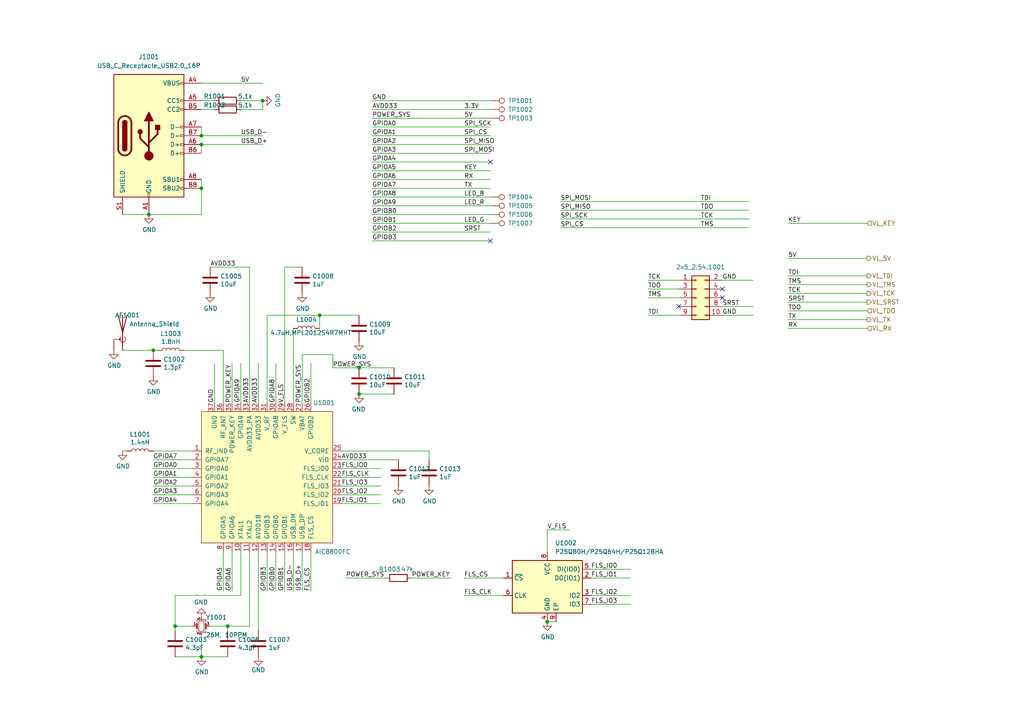
<source format=kicad_sch>
(kicad_sch (version 20230121) (generator eeschema)
  (paper "A4")
  (lib_symbols
    (symbol "Connector:TestPoint" (pin_numbers hide) (pin_names (offset 0.762) hide)
      (property "Reference" "TP" (at 0 6.858 0))
      (property "Value" "TestPoint" (at 0 5.08 0))
      (symbol "TestPoint_0_1"
        (circle (center 0 3.302) (radius 0.762))
      )
      (symbol "TestPoint_1_1"
        (pin passive line (at 0 0 90) (length 2.54) (name "1") (number "1"))
      )
    )
    (symbol "Connector:USB_C_Receptacle_USB2.0_16P" (pin_names (offset 1.016))
      (property "Reference" "J" (at 0 22.225 0))
      (property "Value" "USB_C_Receptacle_USB2.0_16P" (at 0 19.685 0))
      (symbol "USB_C_Receptacle_USB2.0_16P_0_0"
        (rectangle (start -0.254 -17.78) (end 0.254 -16.764))
        (rectangle (start 10.16 -14.986) (end 9.144 -15.494))
        (rectangle (start 10.16 -12.446) (end 9.144 -12.954))
        (rectangle (start 10.16 -4.826) (end 9.144 -5.334))
        (rectangle (start 10.16 -2.286) (end 9.144 -2.794))
        (rectangle (start 10.16 0.254) (end 9.144 -0.254))
        (rectangle (start 10.16 2.794) (end 9.144 2.286))
        (rectangle (start 10.16 7.874) (end 9.144 7.366))
        (rectangle (start 10.16 10.414) (end 9.144 9.906))
        (rectangle (start 10.16 15.494) (end 9.144 14.986))
      )
      (symbol "USB_C_Receptacle_USB2.0_16P_0_1"
        (rectangle (start -10.16 17.78) (end 10.16 -17.78) (stroke (width 0.254)) (fill (type background)))
        (arc (start -8.89 -3.81) (mid -6.985 -5.7067) (end -5.08 -3.81) (stroke (width 0.508)))
        (arc (start -7.62 -3.81) (mid -6.985 -4.4423) (end -6.35 -3.81) (stroke (width 0.254)))
        (arc (start -7.62 -3.81) (mid -6.985 -4.4423) (end -6.35 -3.81) (stroke (width 0.254)) (fill (type outline)))
        (rectangle (start -7.62 -3.81) (end -6.35 3.81) (stroke (width 0.254)) (fill (type outline)))
        (arc (start -6.35 3.81) (mid -6.985 4.4423) (end -7.62 3.81) (stroke (width 0.254)))
        (arc (start -6.35 3.81) (mid -6.985 4.4423) (end -7.62 3.81) (stroke (width 0.254)) (fill (type outline)))
        (arc (start -5.08 3.81) (mid -6.985 5.7067) (end -8.89 3.81) (stroke (width 0.508)))
        (circle (center -2.54 1.143) (radius 0.635) (stroke (width 0.254)) (fill (type outline)))
        (circle (center 0 -5.842) (radius 1.27) (fill (type outline)))
        (polyline (pts (xy -8.89 -3.81) (xy -8.89 3.81)) (stroke (width 0.508)))
        (polyline (pts (xy -5.08 3.81) (xy -5.08 -3.81)) (stroke (width 0.508)))
        (polyline (pts (xy 0 -5.842) (xy 0 4.318)) (stroke (width 0.508)))
        (polyline (pts (xy 0 -3.302) (xy -2.54 -0.762) (xy -2.54 0.508)) (stroke (width 0.508)))
        (polyline (pts (xy 0 -2.032) (xy 2.54 0.508) (xy 2.54 1.778)) (stroke (width 0.508)))
        (polyline (pts (xy -1.27 4.318) (xy 0 6.858) (xy 1.27 4.318) (xy -1.27 4.318)) (stroke (width 0.254)) (fill (type outline)))
        (rectangle (start 1.905 1.778) (end 3.175 3.048) (stroke (width 0.254)) (fill (type outline)))
      )
      (symbol "USB_C_Receptacle_USB2.0_16P_1_1"
        (pin passive line (at 0 -22.86 90) (length 5.08) (name "GND") (number "A1"))
        (pin passive line (at 0 -22.86 90) (length 5.08) hide (name "GND") (number "A12"))
        (pin passive line (at 15.24 15.24 180) (length 5.08) (name "VBUS") (number "A4"))
        (pin bidirectional line (at 15.24 10.16 180) (length 5.08) (name "CC1") (number "A5"))
        (pin bidirectional line (at 15.24 -2.54 180) (length 5.08) (name "D+") (number "A6"))
        (pin bidirectional line (at 15.24 2.54 180) (length 5.08) (name "D-") (number "A7"))
        (pin bidirectional line (at 15.24 -12.7 180) (length 5.08) (name "SBU1") (number "A8"))
        (pin passive line (at 15.24 15.24 180) (length 5.08) hide (name "VBUS") (number "A9"))
        (pin passive line (at 0 -22.86 90) (length 5.08) hide (name "GND") (number "B1"))
        (pin passive line (at 0 -22.86 90) (length 5.08) hide (name "GND") (number "B12"))
        (pin passive line (at 15.24 15.24 180) (length 5.08) hide (name "VBUS") (number "B4"))
        (pin bidirectional line (at 15.24 7.62 180) (length 5.08) (name "CC2") (number "B5"))
        (pin bidirectional line (at 15.24 -5.08 180) (length 5.08) (name "D+") (number "B6"))
        (pin bidirectional line (at 15.24 0 180) (length 5.08) (name "D-") (number "B7"))
        (pin bidirectional line (at 15.24 -15.24 180) (length 5.08) (name "SBU2") (number "B8"))
        (pin passive line (at 15.24 15.24 180) (length 5.08) hide (name "VBUS") (number "B9"))
        (pin passive line (at -7.62 -22.86 90) (length 5.08) (name "SHIELD") (number "S1"))
      )
    )
    (symbol "Connector_Generic:Conn_02x05_Odd_Even" (pin_names (offset 1.016) hide)
      (property "Reference" "J" (at 1.27 7.62 0))
      (property "Value" "Conn_02x05_Odd_Even" (at 1.27 -7.62 0))
      (symbol "Conn_02x05_Odd_Even_1_1"
        (rectangle (start -1.27 -4.953) (end 0 -5.207) (stroke (width 0.1524)))
        (rectangle (start -1.27 -2.413) (end 0 -2.667) (stroke (width 0.1524)))
        (rectangle (start -1.27 0.127) (end 0 -0.127) (stroke (width 0.1524)))
        (rectangle (start -1.27 2.667) (end 0 2.413) (stroke (width 0.1524)))
        (rectangle (start -1.27 5.207) (end 0 4.953) (stroke (width 0.1524)))
        (rectangle (start -1.27 6.35) (end 3.81 -6.35) (stroke (width 0.254)) (fill (type background)))
        (rectangle (start 3.81 -4.953) (end 2.54 -5.207) (stroke (width 0.1524)))
        (rectangle (start 3.81 -2.413) (end 2.54 -2.667) (stroke (width 0.1524)))
        (rectangle (start 3.81 0.127) (end 2.54 -0.127) (stroke (width 0.1524)))
        (rectangle (start 3.81 2.667) (end 2.54 2.413) (stroke (width 0.1524)))
        (rectangle (start 3.81 5.207) (end 2.54 4.953) (stroke (width 0.1524)))
        (pin passive line (at -5.08 5.08 0) (length 3.81) (name "Pin_1") (number "1"))
        (pin passive line (at 7.62 -5.08 180) (length 3.81) (name "Pin_10") (number "10"))
        (pin passive line (at 7.62 5.08 180) (length 3.81) (name "Pin_2") (number "2"))
        (pin passive line (at -5.08 2.54 0) (length 3.81) (name "Pin_3") (number "3"))
        (pin passive line (at 7.62 2.54 180) (length 3.81) (name "Pin_4") (number "4"))
        (pin passive line (at -5.08 0 0) (length 3.81) (name "Pin_5") (number "5"))
        (pin passive line (at 7.62 0 180) (length 3.81) (name "Pin_6") (number "6"))
        (pin passive line (at -5.08 -2.54 0) (length 3.81) (name "Pin_7") (number "7"))
        (pin passive line (at 7.62 -2.54 180) (length 3.81) (name "Pin_8") (number "8"))
        (pin passive line (at -5.08 -5.08 0) (length 3.81) (name "Pin_9") (number "9"))
      )
    )
    (symbol "Device:Antenna_Shield" (pin_numbers hide) (pin_names (offset 1.016) hide)
      (property "Reference" "AE" (at -1.905 4.445 0))
      (property "Value" "Antenna_Shield" (at -1.905 2.54 0))
      (symbol "Antenna_Shield_0_1"
        (arc (start -0.508 -1.143) (mid -0.8429 -2.1194) (end 0 -2.667))
        (arc (start 0 -2.667) (mid 0.7989 -2.1052) (end 0.508 -1.143))
        (polyline (pts (xy 0 -2.54) (xy 0 0)))
        (polyline (pts (xy 0 5.08) (xy 0 -3.81)) (stroke (width 0.254)))
        (polyline (pts (xy 0.762 -1.905) (xy 2.54 -1.905)))
        (polyline (pts (xy 2.54 -2.54) (xy 2.54 -1.905)))
        (polyline (pts (xy 1.27 5.08) (xy 0 0) (xy -1.27 5.08)) (stroke (width 0.254)))
        (circle (center 0.762 -1.905) (radius 0.1778) (fill (type outline)))
      )
      (symbol "Antenna_Shield_1_1"
        (pin input line (at 0 -5.08 90) (length 2.54) (name "A") (number "1"))
        (pin input line (at 2.54 -5.08 90) (length 2.54) (name "Shield") (number "2"))
      )
    )
    (symbol "Device:C" (pin_numbers hide) (pin_names (offset 0.254))
      (property "Reference" "C" (at 0.635 2.54 0))
      (property "Value" "C" (at 0.635 -2.54 0))
      (symbol "C_0_1"
        (polyline (pts (xy -2.032 -0.762) (xy 2.032 -0.762)) (stroke (width 0.508)))
        (polyline (pts (xy -2.032 0.762) (xy 2.032 0.762)) (stroke (width 0.508)))
      )
      (symbol "C_1_1"
        (pin passive line (at 0 3.81 270) (length 2.794) (name "~") (number "1"))
        (pin passive line (at 0 -3.81 90) (length 2.794) (name "~") (number "2"))
      )
    )
    (symbol "Device:Crystal_GND24_Small" (pin_names (offset 1.016) hide)
      (property "Reference" "Y" (at 1.27 4.445 0))
      (property "Value" "Crystal_GND24_Small" (at 1.27 2.54 0))
      (symbol "Crystal_GND24_Small_0_1"
        (rectangle (start -0.762 -1.524) (end 0.762 1.524))
        (polyline (pts (xy -1.27 -0.762) (xy -1.27 0.762)) (stroke (width 0.381)))
        (polyline (pts (xy 1.27 -0.762) (xy 1.27 0.762)) (stroke (width 0.381)))
        (polyline (pts (xy -1.27 -1.27) (xy -1.27 -1.905) (xy 1.27 -1.905) (xy 1.27 -1.27)))
        (polyline (pts (xy -1.27 1.27) (xy -1.27 1.905) (xy 1.27 1.905) (xy 1.27 1.27)))
      )
      (symbol "Crystal_GND24_Small_1_1"
        (pin passive line (at -2.54 0 0) (length 1.27) (name "1") (number "1"))
        (pin passive line (at 0 -2.54 90) (length 0.635) (name "2") (number "2"))
        (pin passive line (at 2.54 0 180) (length 1.27) (name "3") (number "3"))
        (pin passive line (at 0 2.54 270) (length 0.635) (name "4") (number "4"))
      )
    )
    (symbol "Device:L" (pin_numbers hide) (pin_names (offset 1.016) hide)
      (property "Reference" "L" (at -1.27 0 90))
      (property "Value" "L" (at 1.905 0 90))
      (symbol "L_0_1"
        (arc (start 0 -2.54) (mid 0.6323 -1.905) (end 0 -1.27))
        (arc (start 0 -1.27) (mid 0.6323 -0.635) (end 0 0))
        (arc (start 0 0) (mid 0.6323 0.635) (end 0 1.27))
        (arc (start 0 1.27) (mid 0.6323 1.905) (end 0 2.54))
      )
      (symbol "L_1_1"
        (pin passive line (at 0 3.81 270) (length 1.27) (name "1") (number "1"))
        (pin passive line (at 0 -3.81 90) (length 1.27) (name "2") (number "2"))
      )
    )
    (symbol "Device:R" (pin_numbers hide) (pin_names (offset 0))
      (property "Reference" "R" (at 2.032 0 90))
      (property "Value" "R" (at 0 0 90))
      (symbol "R_0_1"
        (rectangle (start -1.016 -2.54) (end 1.016 2.54) (stroke (width 0.254)))
      )
      (symbol "R_1_1"
        (pin passive line (at 0 3.81 270) (length 1.27) (name "~") (number "1"))
        (pin passive line (at 0 -3.81 90) (length 1.27) (name "~") (number "2"))
      )
    )
    (symbol "Memory_Flash:W25Q32JVZP"
      (property "Reference" "U" (at -8.89 8.89 0))
      (property "Value" "W25Q32JVZP" (at 7.62 8.89 0))
      (symbol "W25Q32JVZP_0_1"
        (rectangle (start -10.16 7.62) (end 10.16 -7.62) (stroke (width 0.254)) (fill (type background)))
      )
      (symbol "W25Q32JVZP_1_1"
        (pin input line (at -12.7 2.54 0) (length 2.54) (name "~{CS}") (number "1"))
        (pin bidirectional line (at 12.7 2.54 180) (length 2.54) (name "DO(IO1)") (number "2"))
        (pin bidirectional line (at 12.7 -2.54 180) (length 2.54) (name "IO2") (number "3"))
        (pin power_in line (at 0 -10.16 90) (length 2.54) (name "GND") (number "4"))
        (pin bidirectional line (at 12.7 5.08 180) (length 2.54) (name "DI(IO0)") (number "5"))
        (pin input line (at -12.7 -2.54 0) (length 2.54) (name "CLK") (number "6"))
        (pin bidirectional line (at 12.7 -5.08 180) (length 2.54) (name "IO3") (number "7"))
        (pin power_in line (at 0 10.16 270) (length 2.54) (name "VCC") (number "8"))
        (pin passive line (at 2.54 -10.16 90) (length 2.54) (name "EP") (number "9"))
      )
    )
    (symbol "power:GND" (power) (pin_names (offset 0))
      (property "Value" "GND" (at 0 -3.81 0))
      (symbol "GND_0_1"
        (polyline (pts (xy 0 0) (xy 0 -1.27) (xy 1.27 -1.27) (xy 0 -2.54) (xy -1.27 -1.27) (xy 0 -1.27)))
      )
      (symbol "GND_1_1"
        (pin power_in line (at 0 0 270) (length 0) hide (name "GND") (number "1"))
      )
    )
    (symbol "vllogic_chip:AIC8800FC" (pin_names (offset 1.016))
      (property "Reference" "U1" (at 16.51 21.59 0))
      (property "Value" "AIC8800FC" (at 19.05 -21.59 0))
      (symbol "AIC8800FC_0_1"
        (rectangle (start -19.05 19.05) (end 19.05 -19.05) (fill (type background)))
      )
      (symbol "AIC8800FC_1_1"
        (pin bidirectional line (at -21.59 7.62 0) (length 2.54) (name "RF_IND") (number "1"))
        (pin bidirectional line (at -7.62 -21.59 90) (length 2.54) (name "XTAL1") (number "10"))
        (pin bidirectional line (at -5.08 -21.59 90) (length 2.54) (name "XTAL2") (number "11"))
        (pin power_out line (at -2.54 -21.59 90) (length 2.54) (name "AVDD18") (number "12"))
        (pin bidirectional line (at 0 -21.59 90) (length 2.54) (name "GPIOB3") (number "13"))
        (pin bidirectional line (at 2.54 -21.59 90) (length 2.54) (name "GPIOB0") (number "14"))
        (pin bidirectional line (at 5.08 -21.59 90) (length 2.54) (name "GPIOB1") (number "15"))
        (pin bidirectional line (at 7.62 -21.59 90) (length 2.54) (name "USB_DM") (number "16"))
        (pin bidirectional line (at 10.16 -21.59 90) (length 2.54) (name "USB_DP") (number "17"))
        (pin bidirectional line (at 12.7 -21.59 90) (length 2.54) (name "FLS_CS") (number "18"))
        (pin bidirectional line (at 21.59 -7.62 180) (length 2.54) (name "FLS_IO1") (number "19"))
        (pin bidirectional line (at -21.59 5.08 0) (length 2.54) (name "GPIOA7") (number "2"))
        (pin bidirectional line (at 21.59 -5.08 180) (length 2.54) (name "FLS_IO2") (number "20"))
        (pin bidirectional line (at 21.59 -2.54 180) (length 2.54) (name "FLS_IO3") (number "21"))
        (pin bidirectional line (at 21.59 0 180) (length 2.54) (name "FLS_CLK") (number "22"))
        (pin bidirectional line (at 21.59 2.54 180) (length 2.54) (name "FLS_IO0") (number "23"))
        (pin power_in line (at 21.59 5.08 180) (length 2.54) (name "VIO") (number "24"))
        (pin power_out line (at 21.59 7.62 180) (length 2.54) (name "V_CORE") (number "25"))
        (pin bidirectional line (at 12.7 21.59 270) (length 2.54) (name "GPIOB2") (number "26"))
        (pin power_in line (at 10.16 21.59 270) (length 2.54) (name "VBAT") (number "27"))
        (pin power_out line (at 7.62 21.59 270) (length 2.54) (name "SW") (number "28"))
        (pin power_out line (at 5.08 21.59 270) (length 2.54) (name "V_FLS") (number "29"))
        (pin bidirectional line (at -21.59 2.54 0) (length 2.54) (name "GPIOA0") (number "3"))
        (pin bidirectional line (at 2.54 21.59 270) (length 2.54) (name "GPIOA8") (number "30"))
        (pin power_in line (at 0 21.59 270) (length 2.54) (name "V_RF") (number "31"))
        (pin power_out line (at -2.54 21.59 270) (length 2.54) (name "AVDD33") (number "32"))
        (pin power_in line (at -5.08 21.59 270) (length 2.54) (name "AVDD33_PA") (number "33"))
        (pin bidirectional line (at -7.62 21.59 270) (length 2.54) (name "GPIOA9") (number "34"))
        (pin input line (at -10.16 21.59 270) (length 2.54) (name "POWER_KEY") (number "35"))
        (pin bidirectional line (at -12.7 21.59 270) (length 2.54) (name "RF_ANT") (number "36"))
        (pin power_in line (at -15.24 21.59 270) (length 2.54) (name "GND") (number "37"))
        (pin bidirectional line (at -21.59 0 0) (length 2.54) (name "GPIOA1") (number "4"))
        (pin bidirectional line (at -21.59 -2.54 0) (length 2.54) (name "GPIOA2") (number "5"))
        (pin bidirectional line (at -21.59 -5.08 0) (length 2.54) (name "GPIOA3") (number "6"))
        (pin bidirectional line (at -21.59 -7.62 0) (length 2.54) (name "GPIOA4") (number "7"))
        (pin bidirectional line (at -12.7 -21.59 90) (length 2.54) (name "GPIOA5") (number "8"))
        (pin bidirectional line (at -10.16 -21.59 90) (length 2.54) (name "GPIOA6") (number "9"))
      )
    )
  )
  (junction (at 58.42 41.91))
  (junction (at 58.42 54.61))
  (junction (at 43.18 62.23))
  (junction (at 58.42 39.37))
  (junction (at 50.8 181.61))
  (junction (at 76.2 29.21))
  (junction (at 44.45 101.6))
  (junction (at 104.14 114.3))
  (junction (at 104.14 106.68))
  (junction (at 66.04 181.61))
  (junction (at 92.71 91.44))
  (junction (at 58.42 190.5))
  (junction (at 158.75 180.34))
  (no_connect (at 209.55 83.82))
  (no_connect (at 209.55 86.36))
  (no_connect (at 142.24 46.99))
  (no_connect (at 196.85 88.9))
  (no_connect (at 142.24 69.85))
  (wire (pts (xy 35.56 130.81) (xy 36.83 130.81)))
  (wire (pts (xy 80.01 171.45) (xy 80.01 160.02)))
  (wire (pts (xy 158.75 160.02) (xy 158.75 153.67)))
  (wire (pts (xy 55.88 135.89) (xy 44.45 135.89)))
  (wire (pts (xy 82.55 77.47) (xy 87.63 77.47)))
  (wire (pts (xy 67.31 160.02) (xy 67.31 171.45)))
  (wire (pts (xy 85.09 160.02) (xy 85.09 171.45)))
  (wire (pts (xy 104.14 106.68) (xy 114.3 106.68)))
  (wire (pts (xy 58.42 31.75) (xy 62.23 31.75)))
  (wire (pts (xy 228.6 95.25) (xy 251.46 95.25)))
  (wire (pts (xy 58.42 190.5) (xy 66.04 190.5)))
  (wire (pts (xy 228.6 85.09) (xy 251.46 85.09)))
  (wire (pts (xy 209.55 81.28) (xy 218.44 81.28)))
  (wire (pts (xy 58.42 24.13) (xy 76.2 24.13)))
  (wire (pts (xy 50.8 190.5) (xy 58.42 190.5)))
  (wire (pts (xy 69.85 29.21) (xy 76.2 29.21)))
  (wire (pts (xy 228.6 92.71) (xy 251.46 92.71)))
  (wire (pts (xy 158.75 153.67) (xy 165.1 153.67)))
  (wire (pts (xy 107.95 52.07) (xy 142.24 52.07)))
  (wire (pts (xy 99.06 135.89) (xy 110.49 135.89)))
  (wire (pts (xy 35.56 62.23) (xy 43.18 62.23)))
  (wire (pts (xy 55.88 138.43) (xy 44.45 138.43)))
  (wire (pts (xy 67.31 105.41) (xy 67.31 116.84)))
  (wire (pts (xy 90.17 160.02) (xy 90.17 171.45)))
  (wire (pts (xy 134.62 172.72) (xy 146.05 172.72)))
  (wire (pts (xy 162.56 58.42) (xy 217.17 58.42)))
  (wire (pts (xy 99.06 138.43) (xy 110.49 138.43)))
  (wire (pts (xy 90.17 116.84) (xy 90.17 105.41)))
  (wire (pts (xy 228.6 87.63) (xy 251.46 87.63)))
  (wire (pts (xy 85.09 95.25) (xy 85.09 116.84)))
  (wire (pts (xy 64.77 160.02) (xy 64.77 171.45)))
  (wire (pts (xy 72.39 77.47) (xy 72.39 116.84)))
  (wire (pts (xy 92.71 91.44) (xy 104.14 91.44)))
  (wire (pts (xy 50.8 182.88) (xy 50.8 181.61)))
  (wire (pts (xy 228.6 80.01) (xy 251.46 80.01)))
  (wire (pts (xy 99.06 146.05) (xy 110.49 146.05)))
  (wire (pts (xy 77.47 91.44) (xy 77.47 116.84)))
  (wire (pts (xy 74.93 160.02) (xy 74.93 182.88)))
  (wire (pts (xy 107.95 29.21) (xy 142.24 29.21)))
  (wire (pts (xy 60.96 181.61) (xy 66.04 181.61)))
  (wire (pts (xy 107.95 36.83) (xy 142.24 36.83)))
  (wire (pts (xy 158.75 180.34) (xy 161.29 180.34)))
  (wire (pts (xy 209.55 88.9) (xy 218.44 88.9)))
  (wire (pts (xy 76.2 29.21) (xy 76.2 31.75)))
  (wire (pts (xy 124.46 130.81) (xy 124.46 133.35)))
  (wire (pts (xy 171.45 172.72) (xy 182.88 172.72)))
  (wire (pts (xy 58.42 62.23) (xy 43.18 62.23)))
  (wire (pts (xy 96.52 102.87) (xy 87.63 102.87)))
  (wire (pts (xy 134.62 167.64) (xy 146.05 167.64)))
  (wire (pts (xy 64.77 101.6) (xy 64.77 116.84)))
  (wire (pts (xy 69.85 160.02) (xy 69.85 172.72)))
  (wire (pts (xy 58.42 41.91) (xy 76.2 41.91)))
  (wire (pts (xy 171.45 175.26) (xy 182.88 175.26)))
  (wire (pts (xy 44.45 133.35) (xy 55.88 133.35)))
  (wire (pts (xy 107.95 31.75) (xy 142.24 31.75)))
  (wire (pts (xy 107.95 67.31) (xy 142.24 67.31)))
  (wire (pts (xy 107.95 46.99) (xy 142.24 46.99)))
  (wire (pts (xy 69.85 105.41) (xy 69.85 116.84)))
  (wire (pts (xy 87.63 160.02) (xy 87.63 171.45)))
  (wire (pts (xy 107.95 57.15) (xy 142.24 57.15)))
  (wire (pts (xy 58.42 39.37) (xy 76.2 39.37)))
  (wire (pts (xy 44.45 130.81) (xy 55.88 130.81)))
  (wire (pts (xy 82.55 77.47) (xy 82.55 116.84)))
  (wire (pts (xy 50.8 181.61) (xy 55.88 181.61)))
  (wire (pts (xy 99.06 130.81) (xy 124.46 130.81)))
  (wire (pts (xy 107.95 64.77) (xy 142.24 64.77)))
  (wire (pts (xy 53.34 101.6) (xy 64.77 101.6)))
  (wire (pts (xy 107.95 39.37) (xy 142.24 39.37)))
  (wire (pts (xy 107.95 69.85) (xy 142.24 69.85)))
  (wire (pts (xy 77.47 91.44) (xy 92.71 91.44)))
  (wire (pts (xy 58.42 54.61) (xy 58.42 62.23)))
  (wire (pts (xy 66.04 181.61) (xy 66.04 182.88)))
  (wire (pts (xy 107.95 59.69) (xy 142.24 59.69)))
  (wire (pts (xy 171.45 167.64) (xy 182.88 167.64)))
  (wire (pts (xy 74.93 105.41) (xy 74.93 116.84)))
  (wire (pts (xy 69.85 172.72) (xy 50.8 172.72)))
  (wire (pts (xy 55.88 143.51) (xy 44.45 143.51)))
  (wire (pts (xy 171.45 165.1) (xy 182.88 165.1)))
  (wire (pts (xy 104.14 114.3) (xy 114.3 114.3)))
  (wire (pts (xy 187.96 81.28) (xy 196.85 81.28)))
  (wire (pts (xy 119.38 167.64) (xy 130.81 167.64)))
  (wire (pts (xy 228.6 74.93) (xy 251.46 74.93)))
  (wire (pts (xy 228.6 90.17) (xy 251.46 90.17)))
  (wire (pts (xy 99.06 143.51) (xy 110.49 143.51)))
  (wire (pts (xy 82.55 171.45) (xy 82.55 160.02)))
  (wire (pts (xy 55.88 146.05) (xy 44.45 146.05)))
  (wire (pts (xy 87.63 102.87) (xy 87.63 116.84)))
  (wire (pts (xy 99.06 133.35) (xy 115.57 133.35)))
  (wire (pts (xy 62.23 29.21) (xy 58.42 29.21)))
  (wire (pts (xy 60.96 77.47) (xy 72.39 77.47)))
  (wire (pts (xy 107.95 44.45) (xy 142.24 44.45)))
  (wire (pts (xy 92.71 95.25) (xy 92.71 91.44)))
  (wire (pts (xy 35.56 101.6) (xy 44.45 101.6)))
  (wire (pts (xy 62.23 105.41) (xy 62.23 116.84)))
  (wire (pts (xy 187.96 86.36) (xy 196.85 86.36)))
  (wire (pts (xy 107.95 34.29) (xy 142.24 34.29)))
  (wire (pts (xy 209.55 91.44) (xy 218.44 91.44)))
  (wire (pts (xy 58.42 41.91) (xy 58.42 44.45)))
  (wire (pts (xy 77.47 171.45) (xy 77.47 160.02)))
  (wire (pts (xy 96.52 106.68) (xy 96.52 102.87)))
  (wire (pts (xy 187.96 83.82) (xy 196.85 83.82)))
  (wire (pts (xy 162.56 66.04) (xy 217.17 66.04)))
  (wire (pts (xy 104.14 106.68) (xy 96.52 106.68)))
  (wire (pts (xy 107.95 54.61) (xy 142.24 54.61)))
  (wire (pts (xy 187.96 91.44) (xy 196.85 91.44)))
  (wire (pts (xy 228.6 64.77) (xy 251.46 64.77)))
  (wire (pts (xy 55.88 140.97) (xy 44.45 140.97)))
  (wire (pts (xy 99.06 140.97) (xy 110.49 140.97)))
  (wire (pts (xy 44.45 101.6) (xy 45.72 101.6)))
  (wire (pts (xy 107.95 41.91) (xy 142.24 41.91)))
  (wire (pts (xy 162.56 60.96) (xy 217.17 60.96)))
  (wire (pts (xy 107.95 49.53) (xy 142.24 49.53)))
  (wire (pts (xy 107.95 62.23) (xy 142.24 62.23)))
  (wire (pts (xy 66.04 181.61) (xy 72.39 181.61)))
  (wire (pts (xy 80.01 105.41) (xy 80.01 116.84)))
  (wire (pts (xy 76.2 31.75) (xy 69.85 31.75)))
  (wire (pts (xy 58.42 36.83) (xy 58.42 39.37)))
  (wire (pts (xy 72.39 181.61) (xy 72.39 160.02)))
  (wire (pts (xy 162.56 63.5) (xy 217.17 63.5)))
  (wire (pts (xy 100.33 167.64) (xy 111.76 167.64)))
  (wire (pts (xy 228.6 82.55) (xy 251.46 82.55)))
  (wire (pts (xy 58.42 184.15) (xy 58.42 190.5)))
  (wire (pts (xy 50.8 172.72) (xy 50.8 181.61)))
  (wire (pts (xy 58.42 52.07) (xy 58.42 54.61)))
  (label "TX" (at 134.62 54.61 0))
  (label "SRST" (at 134.62 67.31 0))
  (label "USB_D-" (at 69.85 39.37 0))
  (label "USB_D-" (at 85.09 171.45 90))
  (label "5V" (at 228.6 74.93 0))
  (label "GPIOA1" (at 44.45 138.43 0))
  (label "GPIOA7" (at 44.45 133.35 0))
  (label "GPIOA8" (at 107.95 57.15 0))
  (label "FLS_CLK" (at 99.06 138.43 0))
  (label "TDI" (at 203.2 58.42 0))
  (label "GPIOA7" (at 107.95 54.61 0))
  (label "LED_G" (at 134.62 64.77 0))
  (label "GPIOA4" (at 107.95 46.99 0))
  (label "SPI_CS" (at 134.62 39.37 0))
  (label "GPIOB1" (at 82.55 171.45 90))
  (label "TDI" (at 187.96 91.44 0))
  (label "TMS" (at 187.96 86.36 0))
  (label "RX" (at 134.62 52.07 0))
  (label "AVDD33" (at 60.96 77.47 0))
  (label "GPIOA9" (at 69.85 116.84 90))
  (label "GPIOA8" (at 80.01 116.84 90))
  (label "GND" (at 107.95 29.21 0))
  (label "GPIOA2" (at 107.95 41.91 0))
  (label "GPIOA1" (at 107.95 39.37 0))
  (label "FLS_CLK" (at 134.62 172.72 0))
  (label "GPIOA4" (at 44.45 146.05 0))
  (label "AVDD33" (at 107.95 31.75 0))
  (label "AVDD33" (at 74.93 116.84 90))
  (label "SPI_MOSI" (at 134.62 44.45 0))
  (label "GPIOA5" (at 107.95 49.53 0))
  (label "GPIOA3" (at 44.45 143.51 0))
  (label "TCK" (at 203.2 63.5 0))
  (label "GPIOA3" (at 107.95 44.45 0))
  (label "POWER_SYS" (at 96.52 106.68 0))
  (label "GND" (at 209.55 91.44 0))
  (label "FLS_IO1" (at 171.45 167.64 0))
  (label "GPIOB0" (at 80.01 171.45 90))
  (label "GPIOB0" (at 107.95 62.23 0))
  (label "POWER_SYS" (at 87.63 116.84 90))
  (label "FLS_IO2" (at 171.45 172.72 0))
  (label "GND" (at 209.55 81.28 0))
  (label "GPIOA5" (at 64.77 171.45 90))
  (label "V_FLS" (at 82.55 116.84 90))
  (label "POWER_SYS" (at 100.33 167.64 0))
  (label "KEY" (at 228.6 64.77 0))
  (label "SPI_SCK" (at 162.56 63.5 0))
  (label "POWER_KEY" (at 119.38 167.64 0))
  (label "TCK" (at 228.6 85.09 0))
  (label "GPIOB1" (at 107.95 64.77 0))
  (label "V_FLS" (at 158.75 153.67 0))
  (label "SPI_MOSI" (at 162.56 58.42 0))
  (label "TCK" (at 187.96 81.28 0))
  (label "KEY" (at 134.62 49.53 0))
  (label "TMS" (at 228.6 82.55 0))
  (label "USB_D+" (at 87.63 171.45 90))
  (label "TDO" (at 228.6 90.17 0))
  (label "USB_D+" (at 69.85 41.91 0))
  (label "SPI_MISO" (at 162.56 60.96 0))
  (label "SPI_CS" (at 162.56 66.04 0))
  (label "TDO" (at 203.2 60.96 0))
  (label "POWER_KEY" (at 67.31 116.84 90))
  (label "TMS" (at 203.2 66.04 0))
  (label "SPI_SCK" (at 134.62 36.83 0))
  (label "GPIOA6" (at 107.95 52.07 0))
  (label "5V" (at 69.85 24.13 0))
  (label "FLS_IO2" (at 99.06 143.51 0))
  (label "TX" (at 228.6 92.71 0))
  (label "GPIOA2" (at 44.45 140.97 0))
  (label "AVDD33" (at 72.39 116.84 90))
  (label "GPIOB3" (at 107.95 69.85 0))
  (label "AVDD33" (at 99.06 133.35 0))
  (label "GPIOB3" (at 77.47 171.45 90))
  (label "FLS_IO3" (at 171.45 175.26 0))
  (label "5V" (at 134.62 34.29 0))
  (label "GPIOA9" (at 107.95 59.69 0))
  (label "FLS_IO1" (at 99.06 146.05 0))
  (label "FLS_IO3" (at 99.06 140.97 0))
  (label "POWER_SYS" (at 107.95 34.29 0))
  (label "GPIOA0" (at 107.95 36.83 0))
  (label "GPIOB2" (at 90.17 116.84 90))
  (label "GPIOA6" (at 67.31 171.45 90))
  (label "RX" (at 228.6 95.25 0))
  (label "SRST" (at 209.55 88.9 0))
  (label "TDO" (at 187.96 83.82 0))
  (label "FLS_CS" (at 90.17 171.45 90))
  (label "LED_R" (at 134.62 59.69 0))
  (label "FLS_CS" (at 134.62 167.64 0))
  (label "FLS_IO0" (at 171.45 165.1 0))
  (label "GPIOA0" (at 44.45 135.89 0))
  (label "GND" (at 62.23 116.84 90))
  (label "FLS_IO0" (at 99.06 135.89 0))
  (label "SPI_MISO" (at 134.62 41.91 0))
  (label "SRST" (at 228.6 87.63 0))
  (label "LED_B" (at 134.62 57.15 0))
  (label "GPIOB2" (at 107.95 67.31 0))
  (label "3.3V" (at 134.62 31.75 0))
  (label "TDI" (at 228.6 80.01 0))
  (hierarchical_label "VL_TMS" (shape output) (at 251.46 82.55 0))
  (hierarchical_label "VL_KEY" (shape input) (at 251.46 64.77 0))
  (hierarchical_label "VL_RX" (shape input) (at 251.46 95.25 0))
  (hierarchical_label "VL_5V" (shape output) (at 251.46 74.93 0))
  (hierarchical_label "VL_TX" (shape output) (at 251.46 92.71 0))
  (hierarchical_label "VL_TDI" (shape output) (at 251.46 80.01 0))
  (hierarchical_label "VL_TDO" (shape input) (at 251.46 90.17 0))
  (hierarchical_label "VL_TCK" (shape output) (at 251.46 85.09 0))
  (hierarchical_label "VL_SRST" (shape output) (at 251.46 87.63 0))
  (symbol (lib_id "Device:L") (at 40.64 130.81 90) (unit 1)
    (property "Reference" "L1001" (at 40.64 125.984 90))
    (property "Value" "1.4nH" (at 40.64 128.2954 90))
    (property "Footprint" "Inductor_SMD:L_0402_1005Metric" (effects hide))
  )
  (symbol (lib_id "Device:C") (at 44.45 105.41 0) (unit 1)
    (property "Reference" "C1002" (at 47.371 104.2416 0) (effects (justify left)))
    (property "Value" "1.3pF" (at 47.371 106.553 0) (effects (justify left)))
    (property "Footprint" "Capacitor_SMD:C_0402_1005Metric" (effects hide))
  )
  (symbol (lib_id "Connector:TestPoint") (at 142.24 59.69 270) (unit 1)
    (property "Reference" "TP1005" (at 147.32 59.6899 90) (effects (justify left)))
    (property "Value" "TestPoint" (effects hide))
    (property "Footprint" "vllogic:TestPoint_Pad_D0.75mm" (effects hide))
  )
  (symbol (lib_id "Device:L") (at 88.9 95.25 90) (unit 1)
    (property "Reference" "L1004" (at 88.9 92.71 90))
    (property "Value" "4.7uH,MPL2012S4R7MHT" (at 90.17 96.52 90))
    (property "Footprint" "Inductor_SMD:L_0805_2012Metric" (effects hide))
  )
  (symbol (lib_id "power:GND") (at 158.75 180.34 0) (unit 1)
    (property "Reference" "#PWR01018" (effects hide))
    (property "Value" "GND" (at 158.877 184.7342 0))
  )
  (symbol (lib_id "power:GND") (at 74.93 190.5 0) (unit 1)
    (property "Reference" "#PWR01011" (effects hide))
    (property "Value" "GND" (at 74.93 194.31 0))
  )
  (symbol (lib_id "Device:C") (at 115.57 137.16 0) (unit 1)
    (property "Reference" "C1012" (at 118.491 135.9916 0) (effects (justify left)))
    (property "Value" "1uF" (at 118.491 138.303 0) (effects (justify left)))
    (property "Footprint" "vllogic:C_0402_6mil" (effects hide))
  )
  (symbol (lib_id "Device:R") (at 115.57 167.64 270) (unit 1)
    (property "Reference" "R1003" (at 113.03 165.1 90))
    (property "Value" "47k" (at 118.11 165.1 90))
    (property "Footprint" "Resistor_SMD:R_0402_1005Metric" (effects hide))
  )
  (symbol (lib_id "Device:Crystal_GND24_Small") (at 58.42 181.61 0) (unit 1)
    (property "Reference" "Y1001" (at 59.69 179.07 0) (effects (justify left)))
    (property "Value" "26M, 10PPM" (at 59.69 184.15 0) (effects (justify left)))
    (property "Footprint" "vllogic:OSC_2016" (effects hide))
  )
  (symbol (lib_id "Connector:TestPoint") (at 142.24 29.21 270) (unit 1)
    (property "Reference" "TP1001" (at 147.32 29.2099 90) (effects (justify left)))
    (property "Value" "TestPoint" (effects hide))
    (property "Footprint" "vllogic:TestPoint_Pad_D0.75mm" (effects hide))
  )
  (symbol (lib_id "Device:R") (at 66.04 29.21 270) (unit 1)
    (property "Reference" "R1001" (at 62.23 27.94 90))
    (property "Value" "5.1k" (at 71.12 27.94 90))
    (property "Footprint" "Resistor_SMD:R_0402_1005Metric" (effects hide))
  )
  (symbol (lib_id "power:GND") (at 58.42 190.5 0) (unit 1)
    (property "Reference" "#PWR01009" (effects hide))
    (property "Value" "GND" (at 58.547 194.8942 0))
  )
  (symbol (lib_id "power:GND") (at 104.14 114.3 0) (mirror y) (unit 1)
    (property "Reference" "#PWR01015" (effects hide))
    (property "Value" "GND" (at 104.013 118.6942 0))
  )
  (symbol (lib_id "power:GND") (at 35.56 130.81 0) (unit 1)
    (property "Reference" "#PWR01003" (effects hide))
    (property "Value" "GND" (at 35.687 135.2042 0))
  )
  (symbol (lib_id "vllogic_chip:AIC8800FC") (at 77.47 138.43 0) (unit 1)
    (property "Reference" "U1001" (at 93.98 116.84 0))
    (property "Value" "AIC8800FC" (at 96.52 160.02 0))
    (property "Footprint" "vllogic:QFN-36-1EP_4x4mm_P0.35mm_EP2.5x2.5mm" (effects hide))
  )
  (symbol (lib_id "power:GND") (at 33.02 101.6 0) (unit 1)
    (property "Reference" "#PWR01001" (effects hide))
    (property "Value" "GND" (at 33.147 105.9942 0))
  )
  (symbol (lib_id "power:GND") (at 124.46 140.97 0) (unit 1)
    (property "Reference" "#PWR01017" (effects hide))
    (property "Value" "GND" (at 124.587 145.3642 0))
  )
  (symbol (lib_id "Device:C") (at 60.96 81.28 0) (unit 1)
    (property "Reference" "C1005" (at 63.881 80.1116 0) (effects (justify left)))
    (property "Value" "10uF" (at 63.881 82.423 0) (effects (justify left)))
    (property "Footprint" "Capacitor_SMD:C_0402_1005Metric" (effects hide))
  )
  (symbol (lib_id "power:GND") (at 104.14 99.06 0) (unit 1)
    (property "Reference" "#PWR01014" (effects hide))
    (property "Value" "GND" (at 104.267 103.4542 0))
  )
  (symbol (lib_id "power:GND") (at 87.63 85.09 0) (unit 1)
    (property "Reference" "#PWR01013" (effects hide))
    (property "Value" "GND" (at 87.757 89.4842 0))
  )
  (symbol (lib_id "Device:C") (at 66.04 186.69 180) (unit 1)
    (property "Reference" "C1006" (at 68.961 185.5216 0) (effects (justify right)))
    (property "Value" "4.3pF" (at 68.961 187.833 0) (effects (justify right)))
    (property "Footprint" "Capacitor_SMD:C_0402_1005Metric" (effects hide))
  )
  (symbol (lib_id "power:GND") (at 115.57 140.97 0) (unit 1)
    (property "Reference" "#PWR01016" (effects hide))
    (property "Value" "GND" (at 115.697 145.3642 0))
  )
  (symbol (lib_id "Device:C") (at 104.14 110.49 0) (unit 1)
    (property "Reference" "C1010" (at 107.061 109.3216 0) (effects (justify left)))
    (property "Value" "10uF" (at 107.061 111.633 0) (effects (justify left)))
    (property "Footprint" "vllogic:C_0402_6mil" (effects hide))
  )
  (symbol (lib_id "power:GND") (at 58.42 179.07 180) (unit 1)
    (property "Reference" "#PWR01008" (effects hide))
    (property "Value" "GND" (at 58.293 174.6758 0))
  )
  (symbol (lib_id "Device:C") (at 104.14 95.25 0) (unit 1)
    (property "Reference" "C1009" (at 107.061 94.0816 0) (effects (justify left)))
    (property "Value" "10uF" (at 107.061 96.393 0) (effects (justify left)))
    (property "Footprint" "Capacitor_SMD:C_0402_1005Metric" (effects hide))
  )
  (symbol (lib_id "Connector:TestPoint") (at 142.24 57.15 270) (unit 1)
    (property "Reference" "TP1004" (at 147.32 57.1499 90) (effects (justify left)))
    (property "Value" "TestPoint" (effects hide))
    (property "Footprint" "vllogic:TestPoint_Pad_D0.75mm" (effects hide))
  )
  (symbol (lib_id "Connector:TestPoint") (at 142.24 62.23 270) (unit 1)
    (property "Reference" "TP1006" (at 147.32 62.2299 90) (effects (justify left)))
    (property "Value" "TestPoint" (effects hide))
    (property "Footprint" "vllogic:TestPoint_Pad_D0.75mm" (effects hide))
  )
  (symbol (lib_id "Connector:TestPoint") (at 142.24 31.75 270) (unit 1)
    (property "Reference" "TP1002" (at 147.32 31.7499 90) (effects (justify left)))
    (property "Value" "TestPoint" (effects hide))
    (property "Footprint" "vllogic:TestPoint_Pad_D0.75mm" (effects hide))
  )
  (symbol (lib_id "power:GND") (at 44.45 109.22 0) (unit 1)
    (property "Reference" "#PWR01006" (effects hide))
    (property "Value" "GND" (at 44.577 113.6142 0))
  )
  (symbol (lib_id "Connector:TestPoint") (at 142.24 64.77 270) (unit 1)
    (property "Reference" "TP1007" (at 147.32 64.7699 90) (effects (justify left)))
    (property "Value" "TestPoint" (effects hide))
    (property "Footprint" "vllogic:TestPoint_Pad_D0.75mm" (effects hide))
  )
  (symbol (lib_id "Connector:USB_C_Receptacle_USB2.0_16P") (at 43.18 39.37 0) (unit 1)
    (property "Reference" "J1001" (at 43.18 16.51 0))
    (property "Value" "USB_C_Receptacle_USB2.0_16P" (at 43.18 19.05 0))
    (property "Footprint" "Connector_USB:USB_C_Receptacle_GCT_USB4105-xx-A_16P_TopMnt_Horizontal" (effects hide))
    (property "Datasheet" "https://www.usb.org/sites/default/files/documents/usb_type-c.zip" (effects hide))
  )
  (symbol (lib_id "power:GND") (at 60.96 85.09 0) (unit 1)
    (property "Reference" "#PWR01010" (effects hide))
    (property "Value" "GND" (at 61.087 89.4842 0))
  )
  (symbol (lib_id "Device:Antenna_Shield") (at 35.56 96.52 0) (mirror y) (unit 1)
    (property "Reference" "AE1001" (at 40.64 91.44 0) (effects (justify left)))
    (property "Value" "Antenna_Shield" (at 52.07 93.98 0) (effects (justify left)))
    (property "Footprint" "RF_Antenna:Texas_SWRA117D_2.4GHz_Left" (effects hide))
  )
  (symbol (lib_id "Device:C") (at 50.8 186.69 180) (unit 1)
    (property "Reference" "C1003" (at 53.721 185.5216 0) (effects (justify right)))
    (property "Value" "4.3pF" (at 53.721 187.833 0) (effects (justify right)))
    (property "Footprint" "Capacitor_SMD:C_0402_1005Metric" (effects hide))
  )
  (symbol (lib_id "power:GND") (at 43.18 62.23 0) (unit 1)
    (property "Reference" "#PWR01004" (effects hide))
    (property "Value" "GND" (at 43.307 66.6242 0))
  )
  (symbol (lib_id "Connector:TestPoint") (at 142.24 34.29 270) (unit 1)
    (property "Reference" "TP1003" (at 147.32 34.2899 90) (effects (justify left)))
    (property "Value" "TestPoint" (effects hide))
    (property "Footprint" "vllogic:TestPoint_Pad_D0.75mm" (effects hide))
  )
  (symbol (lib_id "Device:R") (at 66.04 31.75 270) (unit 1)
    (property "Reference" "R1002" (at 62.23 30.48 90))
    (property "Value" "5.1k" (at 71.12 30.48 90))
    (property "Footprint" "Resistor_SMD:R_0402_1005Metric" (effects hide))
  )
  (symbol (lib_id "Device:C") (at 114.3 110.49 0) (unit 1)
    (property "Reference" "C1011" (at 117.221 109.3216 0) (effects (justify left)))
    (property "Value" "10uF" (at 117.221 111.633 0) (effects (justify left)))
    (property "Footprint" "vllogic:C_0402_6mil" (effects hide))
  )
  (symbol (lib_id "power:GND") (at 76.2 29.21 90) (unit 1)
    (property "Reference" "#PWR01012" (effects hide))
    (property "Value" "GND" (at 80.5942 29.083 0))
  )
  (symbol (lib_id "Device:C") (at 74.93 186.69 180) (unit 1)
    (property "Reference" "C1007" (at 77.851 185.5216 0) (effects (justify right)))
    (property "Value" "1uF" (at 77.851 187.833 0) (effects (justify right)))
    (property "Footprint" "Capacitor_SMD:C_0402_1005Metric" (effects hide))
  )
  (symbol (lib_id "Device:L") (at 49.53 101.6 90) (unit 1)
    (property "Reference" "L1003" (at 49.53 96.774 90))
    (property "Value" "1.8nH" (at 49.53 99.0854 90))
    (property "Footprint" "Inductor_SMD:L_0402_1005Metric" (effects hide))
  )
  (symbol (lib_id "Device:C") (at 124.46 137.16 0) (unit 1)
    (property "Reference" "C1013" (at 127.381 135.9916 0) (effects (justify left)))
    (property "Value" "1uF" (at 127.381 138.303 0) (effects (justify left)))
    (property "Footprint" "vllogic:C_0402_6mil" (effects hide))
  )
  (symbol (lib_id "Device:C") (at 87.63 81.28 0) (unit 1)
    (property "Reference" "C1008" (at 90.551 80.1116 0) (effects (justify left)))
    (property "Value" "1uF" (at 90.551 82.423 0) (effects (justify left)))
    (property "Footprint" "Capacitor_SMD:C_0402_1005Metric" (effects hide))
  )
  (symbol (lib_id "Memory_Flash:W25Q32JVZP") (at 158.75 170.18 0) (unit 1)
    (property "Reference" "U1002" (at 160.9441 157.48 0) (effects (justify left)))
    (property "Value" "P25Q80H/P25Q64H/P25Q128HA" (at 160.9441 160.02 0) (effects (justify left)))
    (property "Footprint" "vllogic:USON-8-1EP_3x2mm_P0.5mm_EP1.6x02mm" (effects hide))
    (property "Datasheet" "http://www.winbond.com/resource-files/w25q32jv%20revg%2003272018%20plus.pdf" (effects hide))
  )
  (symbol (lib_id "Connector_Generic:Conn_02x05_Odd_Even") (at 201.93 86.36 0) (unit 1)
    (property "Reference" "2x5_2.54.1001" (at 203.2 77.47 0))
    (property "Value" "NC" (effects hide))
    (property "Footprint" "Connector_IDC:IDC-Header_2x05_P2.54mm_Vertical" (effects hide))
  )
)
</source>
